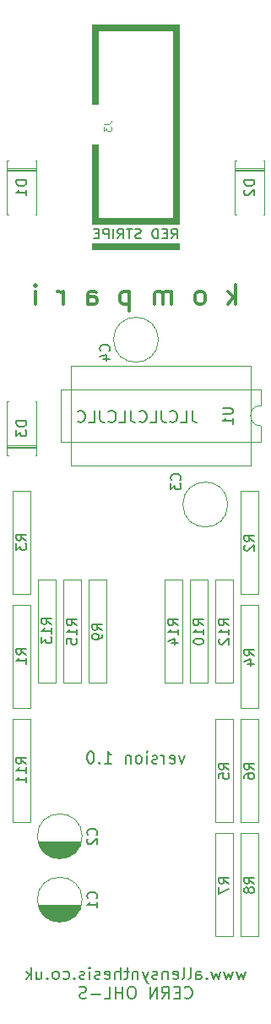
<source format=gbr>
%TF.GenerationSoftware,KiCad,Pcbnew,(6.0.8)*%
%TF.CreationDate,2022-10-19T15:09:31+01:00*%
%TF.ProjectId,kompari,6b6f6d70-6172-4692-9e6b-696361645f70,rev?*%
%TF.SameCoordinates,Original*%
%TF.FileFunction,Legend,Bot*%
%TF.FilePolarity,Positive*%
%FSLAX46Y46*%
G04 Gerber Fmt 4.6, Leading zero omitted, Abs format (unit mm)*
G04 Created by KiCad (PCBNEW (6.0.8)) date 2022-10-19 15:09:31*
%MOMM*%
%LPD*%
G01*
G04 APERTURE LIST*
%ADD10C,0.200000*%
%ADD11C,0.300000*%
%ADD12C,0.150000*%
%ADD13C,0.100000*%
%ADD14C,0.120000*%
G04 APERTURE END LIST*
D10*
X20909857Y-40109857D02*
X20909857Y-40967000D01*
X20967000Y-41138428D01*
X21081285Y-41252714D01*
X21252714Y-41309857D01*
X21367000Y-41309857D01*
X19767000Y-41309857D02*
X20338428Y-41309857D01*
X20338428Y-40109857D01*
X18681285Y-41195571D02*
X18738428Y-41252714D01*
X18909857Y-41309857D01*
X19024142Y-41309857D01*
X19195571Y-41252714D01*
X19309857Y-41138428D01*
X19367000Y-41024142D01*
X19424142Y-40795571D01*
X19424142Y-40624142D01*
X19367000Y-40395571D01*
X19309857Y-40281285D01*
X19195571Y-40167000D01*
X19024142Y-40109857D01*
X18909857Y-40109857D01*
X18738428Y-40167000D01*
X18681285Y-40224142D01*
X17824142Y-40109857D02*
X17824142Y-40967000D01*
X17881285Y-41138428D01*
X17995571Y-41252714D01*
X18167000Y-41309857D01*
X18281285Y-41309857D01*
X16681285Y-41309857D02*
X17252714Y-41309857D01*
X17252714Y-40109857D01*
X15595571Y-41195571D02*
X15652714Y-41252714D01*
X15824142Y-41309857D01*
X15938428Y-41309857D01*
X16109857Y-41252714D01*
X16224142Y-41138428D01*
X16281285Y-41024142D01*
X16338428Y-40795571D01*
X16338428Y-40624142D01*
X16281285Y-40395571D01*
X16224142Y-40281285D01*
X16109857Y-40167000D01*
X15938428Y-40109857D01*
X15824142Y-40109857D01*
X15652714Y-40167000D01*
X15595571Y-40224142D01*
X14738428Y-40109857D02*
X14738428Y-40967000D01*
X14795571Y-41138428D01*
X14909857Y-41252714D01*
X15081285Y-41309857D01*
X15195571Y-41309857D01*
X13595571Y-41309857D02*
X14167000Y-41309857D01*
X14167000Y-40109857D01*
X12509857Y-41195571D02*
X12566999Y-41252714D01*
X12738428Y-41309857D01*
X12852714Y-41309857D01*
X13024142Y-41252714D01*
X13138428Y-41138428D01*
X13195571Y-41024142D01*
X13252714Y-40795571D01*
X13252714Y-40624142D01*
X13195571Y-40395571D01*
X13138428Y-40281285D01*
X13024142Y-40167000D01*
X12852714Y-40109857D01*
X12738428Y-40109857D01*
X12566999Y-40167000D01*
X12509857Y-40224142D01*
X11652714Y-40109857D02*
X11652714Y-40967000D01*
X11709857Y-41138428D01*
X11824142Y-41252714D01*
X11995571Y-41309857D01*
X12109857Y-41309857D01*
X10509857Y-41309857D02*
X11081285Y-41309857D01*
X11081285Y-40109857D01*
X9424142Y-41195571D02*
X9481285Y-41252714D01*
X9652714Y-41309857D01*
X9766999Y-41309857D01*
X9938428Y-41252714D01*
X10052714Y-41138428D01*
X10109857Y-41024142D01*
X10166999Y-40795571D01*
X10166999Y-40624142D01*
X10109857Y-40395571D01*
X10052714Y-40281285D01*
X9938428Y-40167000D01*
X9766999Y-40109857D01*
X9652714Y-40109857D01*
X9481285Y-40167000D01*
X9424142Y-40224142D01*
X20154285Y-74672857D02*
X19868571Y-75472857D01*
X19582857Y-74672857D01*
X18668571Y-75415714D02*
X18782857Y-75472857D01*
X19011428Y-75472857D01*
X19125714Y-75415714D01*
X19182857Y-75301428D01*
X19182857Y-74844285D01*
X19125714Y-74730000D01*
X19011428Y-74672857D01*
X18782857Y-74672857D01*
X18668571Y-74730000D01*
X18611428Y-74844285D01*
X18611428Y-74958571D01*
X19182857Y-75072857D01*
X18097142Y-75472857D02*
X18097142Y-74672857D01*
X18097142Y-74901428D02*
X18040000Y-74787142D01*
X17982857Y-74730000D01*
X17868571Y-74672857D01*
X17754285Y-74672857D01*
X17411428Y-75415714D02*
X17297142Y-75472857D01*
X17068571Y-75472857D01*
X16954285Y-75415714D01*
X16897142Y-75301428D01*
X16897142Y-75244285D01*
X16954285Y-75130000D01*
X17068571Y-75072857D01*
X17240000Y-75072857D01*
X17354285Y-75015714D01*
X17411428Y-74901428D01*
X17411428Y-74844285D01*
X17354285Y-74730000D01*
X17240000Y-74672857D01*
X17068571Y-74672857D01*
X16954285Y-74730000D01*
X16382857Y-75472857D02*
X16382857Y-74672857D01*
X16382857Y-74272857D02*
X16440000Y-74330000D01*
X16382857Y-74387142D01*
X16325714Y-74330000D01*
X16382857Y-74272857D01*
X16382857Y-74387142D01*
X15640000Y-75472857D02*
X15754285Y-75415714D01*
X15811428Y-75358571D01*
X15868571Y-75244285D01*
X15868571Y-74901428D01*
X15811428Y-74787142D01*
X15754285Y-74730000D01*
X15640000Y-74672857D01*
X15468571Y-74672857D01*
X15354285Y-74730000D01*
X15297142Y-74787142D01*
X15240000Y-74901428D01*
X15240000Y-75244285D01*
X15297142Y-75358571D01*
X15354285Y-75415714D01*
X15468571Y-75472857D01*
X15640000Y-75472857D01*
X14725714Y-74672857D02*
X14725714Y-75472857D01*
X14725714Y-74787142D02*
X14668571Y-74730000D01*
X14554285Y-74672857D01*
X14382857Y-74672857D01*
X14268571Y-74730000D01*
X14211428Y-74844285D01*
X14211428Y-75472857D01*
X12097142Y-75472857D02*
X12782857Y-75472857D01*
X12440000Y-75472857D02*
X12440000Y-74272857D01*
X12554285Y-74444285D01*
X12668571Y-74558571D01*
X12782857Y-74615714D01*
X11582857Y-75358571D02*
X11525714Y-75415714D01*
X11582857Y-75472857D01*
X11640000Y-75415714D01*
X11582857Y-75358571D01*
X11582857Y-75472857D01*
X10782857Y-74272857D02*
X10668571Y-74272857D01*
X10554285Y-74330000D01*
X10497142Y-74387142D01*
X10440000Y-74501428D01*
X10382857Y-74730000D01*
X10382857Y-75015714D01*
X10440000Y-75244285D01*
X10497142Y-75358571D01*
X10554285Y-75415714D01*
X10668571Y-75472857D01*
X10782857Y-75472857D01*
X10897142Y-75415714D01*
X10954285Y-75358571D01*
X11011428Y-75244285D01*
X11068571Y-75015714D01*
X11068571Y-74730000D01*
X11011428Y-74501428D01*
X10954285Y-74387142D01*
X10897142Y-74330000D01*
X10782857Y-74272857D01*
D11*
X25287619Y-29479761D02*
X25287619Y-27479761D01*
X25097142Y-28717857D02*
X24525714Y-29479761D01*
X24525714Y-28146428D02*
X25287619Y-28908333D01*
X21859047Y-29479761D02*
X22049523Y-29384523D01*
X22144761Y-29289285D01*
X22240000Y-29098809D01*
X22240000Y-28527380D01*
X22144761Y-28336904D01*
X22049523Y-28241666D01*
X21859047Y-28146428D01*
X21573333Y-28146428D01*
X21382857Y-28241666D01*
X21287619Y-28336904D01*
X21192380Y-28527380D01*
X21192380Y-29098809D01*
X21287619Y-29289285D01*
X21382857Y-29384523D01*
X21573333Y-29479761D01*
X21859047Y-29479761D01*
X18811428Y-29479761D02*
X18811428Y-28146428D01*
X18811428Y-28336904D02*
X18716190Y-28241666D01*
X18525714Y-28146428D01*
X18240000Y-28146428D01*
X18049523Y-28241666D01*
X17954285Y-28432142D01*
X17954285Y-29479761D01*
X17954285Y-28432142D02*
X17859047Y-28241666D01*
X17668571Y-28146428D01*
X17382857Y-28146428D01*
X17192380Y-28241666D01*
X17097142Y-28432142D01*
X17097142Y-29479761D01*
X14620952Y-28146428D02*
X14620952Y-30146428D01*
X14620952Y-28241666D02*
X14430476Y-28146428D01*
X14049523Y-28146428D01*
X13859047Y-28241666D01*
X13763809Y-28336904D01*
X13668571Y-28527380D01*
X13668571Y-29098809D01*
X13763809Y-29289285D01*
X13859047Y-29384523D01*
X14049523Y-29479761D01*
X14430476Y-29479761D01*
X14620952Y-29384523D01*
X10430476Y-29479761D02*
X10430476Y-28432142D01*
X10525714Y-28241666D01*
X10716190Y-28146428D01*
X11097142Y-28146428D01*
X11287619Y-28241666D01*
X10430476Y-29384523D02*
X10620952Y-29479761D01*
X11097142Y-29479761D01*
X11287619Y-29384523D01*
X11382857Y-29194047D01*
X11382857Y-29003571D01*
X11287619Y-28813095D01*
X11097142Y-28717857D01*
X10620952Y-28717857D01*
X10430476Y-28622619D01*
X7954285Y-29479761D02*
X7954285Y-28146428D01*
X7954285Y-28527380D02*
X7859047Y-28336904D01*
X7763809Y-28241666D01*
X7573333Y-28146428D01*
X7382857Y-28146428D01*
X5192380Y-29479761D02*
X5192380Y-28146428D01*
X5192380Y-27479761D02*
X5287619Y-27575000D01*
X5192380Y-27670238D01*
X5097142Y-27575000D01*
X5192380Y-27479761D01*
X5192380Y-27670238D01*
D10*
X26268571Y-96312857D02*
X26040000Y-97112857D01*
X25811428Y-96541428D01*
X25582857Y-97112857D01*
X25354285Y-96312857D01*
X25011428Y-96312857D02*
X24782857Y-97112857D01*
X24554285Y-96541428D01*
X24325714Y-97112857D01*
X24097142Y-96312857D01*
X23754285Y-96312857D02*
X23525714Y-97112857D01*
X23297142Y-96541428D01*
X23068571Y-97112857D01*
X22839999Y-96312857D01*
X22382857Y-96998571D02*
X22325714Y-97055714D01*
X22382857Y-97112857D01*
X22439999Y-97055714D01*
X22382857Y-96998571D01*
X22382857Y-97112857D01*
X21297142Y-97112857D02*
X21297142Y-96484285D01*
X21354285Y-96370000D01*
X21468571Y-96312857D01*
X21697142Y-96312857D01*
X21811428Y-96370000D01*
X21297142Y-97055714D02*
X21411428Y-97112857D01*
X21697142Y-97112857D01*
X21811428Y-97055714D01*
X21868571Y-96941428D01*
X21868571Y-96827142D01*
X21811428Y-96712857D01*
X21697142Y-96655714D01*
X21411428Y-96655714D01*
X21297142Y-96598571D01*
X20554285Y-97112857D02*
X20668571Y-97055714D01*
X20725714Y-96941428D01*
X20725714Y-95912857D01*
X19925714Y-97112857D02*
X20039999Y-97055714D01*
X20097142Y-96941428D01*
X20097142Y-95912857D01*
X19011428Y-97055714D02*
X19125714Y-97112857D01*
X19354285Y-97112857D01*
X19468571Y-97055714D01*
X19525714Y-96941428D01*
X19525714Y-96484285D01*
X19468571Y-96370000D01*
X19354285Y-96312857D01*
X19125714Y-96312857D01*
X19011428Y-96370000D01*
X18954285Y-96484285D01*
X18954285Y-96598571D01*
X19525714Y-96712857D01*
X18439999Y-96312857D02*
X18439999Y-97112857D01*
X18439999Y-96427142D02*
X18382857Y-96370000D01*
X18268571Y-96312857D01*
X18097142Y-96312857D01*
X17982857Y-96370000D01*
X17925714Y-96484285D01*
X17925714Y-97112857D01*
X17411428Y-97055714D02*
X17297142Y-97112857D01*
X17068571Y-97112857D01*
X16954285Y-97055714D01*
X16897142Y-96941428D01*
X16897142Y-96884285D01*
X16954285Y-96770000D01*
X17068571Y-96712857D01*
X17239999Y-96712857D01*
X17354285Y-96655714D01*
X17411428Y-96541428D01*
X17411428Y-96484285D01*
X17354285Y-96370000D01*
X17239999Y-96312857D01*
X17068571Y-96312857D01*
X16954285Y-96370000D01*
X16497142Y-96312857D02*
X16211428Y-97112857D01*
X15925714Y-96312857D02*
X16211428Y-97112857D01*
X16325714Y-97398571D01*
X16382857Y-97455714D01*
X16497142Y-97512857D01*
X15468571Y-96312857D02*
X15468571Y-97112857D01*
X15468571Y-96427142D02*
X15411428Y-96370000D01*
X15297142Y-96312857D01*
X15125714Y-96312857D01*
X15011428Y-96370000D01*
X14954285Y-96484285D01*
X14954285Y-97112857D01*
X14554285Y-96312857D02*
X14097142Y-96312857D01*
X14382857Y-95912857D02*
X14382857Y-96941428D01*
X14325714Y-97055714D01*
X14211428Y-97112857D01*
X14097142Y-97112857D01*
X13697142Y-97112857D02*
X13697142Y-95912857D01*
X13182857Y-97112857D02*
X13182857Y-96484285D01*
X13239999Y-96370000D01*
X13354285Y-96312857D01*
X13525714Y-96312857D01*
X13639999Y-96370000D01*
X13697142Y-96427142D01*
X12154285Y-97055714D02*
X12268571Y-97112857D01*
X12497142Y-97112857D01*
X12611428Y-97055714D01*
X12668571Y-96941428D01*
X12668571Y-96484285D01*
X12611428Y-96370000D01*
X12497142Y-96312857D01*
X12268571Y-96312857D01*
X12154285Y-96370000D01*
X12097142Y-96484285D01*
X12097142Y-96598571D01*
X12668571Y-96712857D01*
X11639999Y-97055714D02*
X11525714Y-97112857D01*
X11297142Y-97112857D01*
X11182857Y-97055714D01*
X11125714Y-96941428D01*
X11125714Y-96884285D01*
X11182857Y-96770000D01*
X11297142Y-96712857D01*
X11468571Y-96712857D01*
X11582857Y-96655714D01*
X11639999Y-96541428D01*
X11639999Y-96484285D01*
X11582857Y-96370000D01*
X11468571Y-96312857D01*
X11297142Y-96312857D01*
X11182857Y-96370000D01*
X10611428Y-97112857D02*
X10611428Y-96312857D01*
X10611428Y-95912857D02*
X10668571Y-95970000D01*
X10611428Y-96027142D01*
X10554285Y-95970000D01*
X10611428Y-95912857D01*
X10611428Y-96027142D01*
X10097142Y-97055714D02*
X9982857Y-97112857D01*
X9754285Y-97112857D01*
X9639999Y-97055714D01*
X9582857Y-96941428D01*
X9582857Y-96884285D01*
X9639999Y-96770000D01*
X9754285Y-96712857D01*
X9925714Y-96712857D01*
X10039999Y-96655714D01*
X10097142Y-96541428D01*
X10097142Y-96484285D01*
X10039999Y-96370000D01*
X9925714Y-96312857D01*
X9754285Y-96312857D01*
X9639999Y-96370000D01*
X9068571Y-96998571D02*
X9011428Y-97055714D01*
X9068571Y-97112857D01*
X9125714Y-97055714D01*
X9068571Y-96998571D01*
X9068571Y-97112857D01*
X7982857Y-97055714D02*
X8097142Y-97112857D01*
X8325714Y-97112857D01*
X8439999Y-97055714D01*
X8497142Y-96998571D01*
X8554285Y-96884285D01*
X8554285Y-96541428D01*
X8497142Y-96427142D01*
X8439999Y-96370000D01*
X8325714Y-96312857D01*
X8097142Y-96312857D01*
X7982857Y-96370000D01*
X7297142Y-97112857D02*
X7411428Y-97055714D01*
X7468571Y-96998571D01*
X7525714Y-96884285D01*
X7525714Y-96541428D01*
X7468571Y-96427142D01*
X7411428Y-96370000D01*
X7297142Y-96312857D01*
X7125714Y-96312857D01*
X7011428Y-96370000D01*
X6954285Y-96427142D01*
X6897142Y-96541428D01*
X6897142Y-96884285D01*
X6954285Y-96998571D01*
X7011428Y-97055714D01*
X7125714Y-97112857D01*
X7297142Y-97112857D01*
X6382857Y-96998571D02*
X6325714Y-97055714D01*
X6382857Y-97112857D01*
X6439999Y-97055714D01*
X6382857Y-96998571D01*
X6382857Y-97112857D01*
X5297142Y-96312857D02*
X5297142Y-97112857D01*
X5811428Y-96312857D02*
X5811428Y-96941428D01*
X5754285Y-97055714D01*
X5639999Y-97112857D01*
X5468571Y-97112857D01*
X5354285Y-97055714D01*
X5297142Y-96998571D01*
X4725714Y-97112857D02*
X4725714Y-95912857D01*
X4611428Y-96655714D02*
X4268571Y-97112857D01*
X4268571Y-96312857D02*
X4725714Y-96770000D01*
X20154285Y-98930571D02*
X20211428Y-98987714D01*
X20382857Y-99044857D01*
X20497142Y-99044857D01*
X20668571Y-98987714D01*
X20782857Y-98873428D01*
X20840000Y-98759142D01*
X20897142Y-98530571D01*
X20897142Y-98359142D01*
X20840000Y-98130571D01*
X20782857Y-98016285D01*
X20668571Y-97902000D01*
X20497142Y-97844857D01*
X20382857Y-97844857D01*
X20211428Y-97902000D01*
X20154285Y-97959142D01*
X19640000Y-98416285D02*
X19240000Y-98416285D01*
X19068571Y-99044857D02*
X19640000Y-99044857D01*
X19640000Y-97844857D01*
X19068571Y-97844857D01*
X17868571Y-99044857D02*
X18268571Y-98473428D01*
X18554285Y-99044857D02*
X18554285Y-97844857D01*
X18097142Y-97844857D01*
X17982857Y-97902000D01*
X17925714Y-97959142D01*
X17868571Y-98073428D01*
X17868571Y-98244857D01*
X17925714Y-98359142D01*
X17982857Y-98416285D01*
X18097142Y-98473428D01*
X18554285Y-98473428D01*
X17354285Y-99044857D02*
X17354285Y-97844857D01*
X16668571Y-99044857D01*
X16668571Y-97844857D01*
X14954285Y-97844857D02*
X14725714Y-97844857D01*
X14611428Y-97902000D01*
X14497142Y-98016285D01*
X14440000Y-98244857D01*
X14440000Y-98644857D01*
X14497142Y-98873428D01*
X14611428Y-98987714D01*
X14725714Y-99044857D01*
X14954285Y-99044857D01*
X15068571Y-98987714D01*
X15182857Y-98873428D01*
X15240000Y-98644857D01*
X15240000Y-98244857D01*
X15182857Y-98016285D01*
X15068571Y-97902000D01*
X14954285Y-97844857D01*
X13925714Y-99044857D02*
X13925714Y-97844857D01*
X13925714Y-98416285D02*
X13240000Y-98416285D01*
X13240000Y-99044857D02*
X13240000Y-97844857D01*
X12097142Y-99044857D02*
X12668571Y-99044857D01*
X12668571Y-97844857D01*
X11697142Y-98587714D02*
X10782857Y-98587714D01*
X10268571Y-98987714D02*
X10097142Y-99044857D01*
X9811428Y-99044857D01*
X9697142Y-98987714D01*
X9640000Y-98930571D01*
X9582857Y-98816285D01*
X9582857Y-98702000D01*
X9640000Y-98587714D01*
X9697142Y-98530571D01*
X9811428Y-98473428D01*
X10040000Y-98416285D01*
X10154285Y-98359142D01*
X10211428Y-98302000D01*
X10268571Y-98187714D01*
X10268571Y-98073428D01*
X10211428Y-97959142D01*
X10154285Y-97902000D01*
X10040000Y-97844857D01*
X9754285Y-97844857D01*
X9582857Y-97902000D01*
D12*
%TO.C,C1*%
X11279142Y-88987333D02*
X11326761Y-88939714D01*
X11374380Y-88796857D01*
X11374380Y-88701619D01*
X11326761Y-88558761D01*
X11231523Y-88463523D01*
X11136285Y-88415904D01*
X10945809Y-88368285D01*
X10802952Y-88368285D01*
X10612476Y-88415904D01*
X10517238Y-88463523D01*
X10422000Y-88558761D01*
X10374380Y-88701619D01*
X10374380Y-88796857D01*
X10422000Y-88939714D01*
X10469619Y-88987333D01*
X11374380Y-89939714D02*
X11374380Y-89368285D01*
X11374380Y-89654000D02*
X10374380Y-89654000D01*
X10517238Y-89558761D01*
X10612476Y-89463523D01*
X10660095Y-89368285D01*
%TO.C,R11*%
X4262380Y-75507142D02*
X3786190Y-75173809D01*
X4262380Y-74935714D02*
X3262380Y-74935714D01*
X3262380Y-75316666D01*
X3310000Y-75411904D01*
X3357619Y-75459523D01*
X3452857Y-75507142D01*
X3595714Y-75507142D01*
X3690952Y-75459523D01*
X3738571Y-75411904D01*
X3786190Y-75316666D01*
X3786190Y-74935714D01*
X4262380Y-76459523D02*
X4262380Y-75888095D01*
X4262380Y-76173809D02*
X3262380Y-76173809D01*
X3405238Y-76078571D01*
X3500476Y-75983333D01*
X3548095Y-75888095D01*
X4262380Y-77411904D02*
X4262380Y-76840476D01*
X4262380Y-77126190D02*
X3262380Y-77126190D01*
X3405238Y-77030952D01*
X3500476Y-76935714D01*
X3548095Y-76840476D01*
%TO.C,R10*%
X22042380Y-61637142D02*
X21566190Y-61303809D01*
X22042380Y-61065714D02*
X21042380Y-61065714D01*
X21042380Y-61446666D01*
X21090000Y-61541904D01*
X21137619Y-61589523D01*
X21232857Y-61637142D01*
X21375714Y-61637142D01*
X21470952Y-61589523D01*
X21518571Y-61541904D01*
X21566190Y-61446666D01*
X21566190Y-61065714D01*
X22042380Y-62589523D02*
X22042380Y-62018095D01*
X22042380Y-62303809D02*
X21042380Y-62303809D01*
X21185238Y-62208571D01*
X21280476Y-62113333D01*
X21328095Y-62018095D01*
X21042380Y-63208571D02*
X21042380Y-63303809D01*
X21090000Y-63399047D01*
X21137619Y-63446666D01*
X21232857Y-63494285D01*
X21423333Y-63541904D01*
X21661428Y-63541904D01*
X21851904Y-63494285D01*
X21947142Y-63446666D01*
X21994761Y-63399047D01*
X22042380Y-63303809D01*
X22042380Y-63208571D01*
X21994761Y-63113333D01*
X21947142Y-63065714D01*
X21851904Y-63018095D01*
X21661428Y-62970476D01*
X21423333Y-62970476D01*
X21232857Y-63018095D01*
X21137619Y-63065714D01*
X21090000Y-63113333D01*
X21042380Y-63208571D01*
%TO.C,R12*%
X24582380Y-61637142D02*
X24106190Y-61303809D01*
X24582380Y-61065714D02*
X23582380Y-61065714D01*
X23582380Y-61446666D01*
X23630000Y-61541904D01*
X23677619Y-61589523D01*
X23772857Y-61637142D01*
X23915714Y-61637142D01*
X24010952Y-61589523D01*
X24058571Y-61541904D01*
X24106190Y-61446666D01*
X24106190Y-61065714D01*
X24582380Y-62589523D02*
X24582380Y-62018095D01*
X24582380Y-62303809D02*
X23582380Y-62303809D01*
X23725238Y-62208571D01*
X23820476Y-62113333D01*
X23868095Y-62018095D01*
X23677619Y-62970476D02*
X23630000Y-63018095D01*
X23582380Y-63113333D01*
X23582380Y-63351428D01*
X23630000Y-63446666D01*
X23677619Y-63494285D01*
X23772857Y-63541904D01*
X23868095Y-63541904D01*
X24010952Y-63494285D01*
X24582380Y-62922857D01*
X24582380Y-63541904D01*
%TO.C,C4*%
X12549142Y-34123333D02*
X12596761Y-34075714D01*
X12644380Y-33932857D01*
X12644380Y-33837619D01*
X12596761Y-33694761D01*
X12501523Y-33599523D01*
X12406285Y-33551904D01*
X12215809Y-33504285D01*
X12072952Y-33504285D01*
X11882476Y-33551904D01*
X11787238Y-33599523D01*
X11692000Y-33694761D01*
X11644380Y-33837619D01*
X11644380Y-33932857D01*
X11692000Y-34075714D01*
X11739619Y-34123333D01*
X11977714Y-34980476D02*
X12644380Y-34980476D01*
X11596761Y-34742380D02*
X12311047Y-34504285D01*
X12311047Y-35123333D01*
%TO.C,R8*%
X27122380Y-87513333D02*
X26646190Y-87180000D01*
X27122380Y-86941904D02*
X26122380Y-86941904D01*
X26122380Y-87322857D01*
X26170000Y-87418095D01*
X26217619Y-87465714D01*
X26312857Y-87513333D01*
X26455714Y-87513333D01*
X26550952Y-87465714D01*
X26598571Y-87418095D01*
X26646190Y-87322857D01*
X26646190Y-86941904D01*
X26550952Y-88084761D02*
X26503333Y-87989523D01*
X26455714Y-87941904D01*
X26360476Y-87894285D01*
X26312857Y-87894285D01*
X26217619Y-87941904D01*
X26170000Y-87989523D01*
X26122380Y-88084761D01*
X26122380Y-88275238D01*
X26170000Y-88370476D01*
X26217619Y-88418095D01*
X26312857Y-88465714D01*
X26360476Y-88465714D01*
X26455714Y-88418095D01*
X26503333Y-88370476D01*
X26550952Y-88275238D01*
X26550952Y-88084761D01*
X26598571Y-87989523D01*
X26646190Y-87941904D01*
X26741428Y-87894285D01*
X26931904Y-87894285D01*
X27027142Y-87941904D01*
X27074761Y-87989523D01*
X27122380Y-88084761D01*
X27122380Y-88275238D01*
X27074761Y-88370476D01*
X27027142Y-88418095D01*
X26931904Y-88465714D01*
X26741428Y-88465714D01*
X26646190Y-88418095D01*
X26598571Y-88370476D01*
X26550952Y-88275238D01*
%TO.C,C3*%
X19661142Y-47077333D02*
X19708761Y-47029714D01*
X19756380Y-46886857D01*
X19756380Y-46791619D01*
X19708761Y-46648761D01*
X19613523Y-46553523D01*
X19518285Y-46505904D01*
X19327809Y-46458285D01*
X19184952Y-46458285D01*
X18994476Y-46505904D01*
X18899238Y-46553523D01*
X18804000Y-46648761D01*
X18756380Y-46791619D01*
X18756380Y-46886857D01*
X18804000Y-47029714D01*
X18851619Y-47077333D01*
X18756380Y-47410666D02*
X18756380Y-48029714D01*
X19137333Y-47696380D01*
X19137333Y-47839238D01*
X19184952Y-47934476D01*
X19232571Y-47982095D01*
X19327809Y-48029714D01*
X19565904Y-48029714D01*
X19661142Y-47982095D01*
X19708761Y-47934476D01*
X19756380Y-47839238D01*
X19756380Y-47553523D01*
X19708761Y-47458285D01*
X19661142Y-47410666D01*
%TO.C,R6*%
X27122380Y-76083333D02*
X26646190Y-75750000D01*
X27122380Y-75511904D02*
X26122380Y-75511904D01*
X26122380Y-75892857D01*
X26170000Y-75988095D01*
X26217619Y-76035714D01*
X26312857Y-76083333D01*
X26455714Y-76083333D01*
X26550952Y-76035714D01*
X26598571Y-75988095D01*
X26646190Y-75892857D01*
X26646190Y-75511904D01*
X26122380Y-76940476D02*
X26122380Y-76750000D01*
X26170000Y-76654761D01*
X26217619Y-76607142D01*
X26360476Y-76511904D01*
X26550952Y-76464285D01*
X26931904Y-76464285D01*
X27027142Y-76511904D01*
X27074761Y-76559523D01*
X27122380Y-76654761D01*
X27122380Y-76845238D01*
X27074761Y-76940476D01*
X27027142Y-76988095D01*
X26931904Y-77035714D01*
X26693809Y-77035714D01*
X26598571Y-76988095D01*
X26550952Y-76940476D01*
X26503333Y-76845238D01*
X26503333Y-76654761D01*
X26550952Y-76559523D01*
X26598571Y-76511904D01*
X26693809Y-76464285D01*
%TO.C,D3*%
X4262380Y-41171904D02*
X3262380Y-41171904D01*
X3262380Y-41410000D01*
X3310000Y-41552857D01*
X3405238Y-41648095D01*
X3500476Y-41695714D01*
X3690952Y-41743333D01*
X3833809Y-41743333D01*
X4024285Y-41695714D01*
X4119523Y-41648095D01*
X4214761Y-41552857D01*
X4262380Y-41410000D01*
X4262380Y-41171904D01*
X3262380Y-42076666D02*
X3262380Y-42695714D01*
X3643333Y-42362380D01*
X3643333Y-42505238D01*
X3690952Y-42600476D01*
X3738571Y-42648095D01*
X3833809Y-42695714D01*
X4071904Y-42695714D01*
X4167142Y-42648095D01*
X4214761Y-42600476D01*
X4262380Y-42505238D01*
X4262380Y-42219523D01*
X4214761Y-42124285D01*
X4167142Y-42076666D01*
%TO.C,R3*%
X4262380Y-53123333D02*
X3786190Y-52790000D01*
X4262380Y-52551904D02*
X3262380Y-52551904D01*
X3262380Y-52932857D01*
X3310000Y-53028095D01*
X3357619Y-53075714D01*
X3452857Y-53123333D01*
X3595714Y-53123333D01*
X3690952Y-53075714D01*
X3738571Y-53028095D01*
X3786190Y-52932857D01*
X3786190Y-52551904D01*
X3262380Y-53456666D02*
X3262380Y-54075714D01*
X3643333Y-53742380D01*
X3643333Y-53885238D01*
X3690952Y-53980476D01*
X3738571Y-54028095D01*
X3833809Y-54075714D01*
X4071904Y-54075714D01*
X4167142Y-54028095D01*
X4214761Y-53980476D01*
X4262380Y-53885238D01*
X4262380Y-53599523D01*
X4214761Y-53504285D01*
X4167142Y-53456666D01*
%TO.C,R4*%
X27122380Y-64653333D02*
X26646190Y-64320000D01*
X27122380Y-64081904D02*
X26122380Y-64081904D01*
X26122380Y-64462857D01*
X26170000Y-64558095D01*
X26217619Y-64605714D01*
X26312857Y-64653333D01*
X26455714Y-64653333D01*
X26550952Y-64605714D01*
X26598571Y-64558095D01*
X26646190Y-64462857D01*
X26646190Y-64081904D01*
X26455714Y-65510476D02*
X27122380Y-65510476D01*
X26074761Y-65272380D02*
X26789047Y-65034285D01*
X26789047Y-65653333D01*
%TO.C,R9*%
X11882380Y-62113333D02*
X11406190Y-61780000D01*
X11882380Y-61541904D02*
X10882380Y-61541904D01*
X10882380Y-61922857D01*
X10930000Y-62018095D01*
X10977619Y-62065714D01*
X11072857Y-62113333D01*
X11215714Y-62113333D01*
X11310952Y-62065714D01*
X11358571Y-62018095D01*
X11406190Y-61922857D01*
X11406190Y-61541904D01*
X11882380Y-62589523D02*
X11882380Y-62780000D01*
X11834761Y-62875238D01*
X11787142Y-62922857D01*
X11644285Y-63018095D01*
X11453809Y-63065714D01*
X11072857Y-63065714D01*
X10977619Y-63018095D01*
X10930000Y-62970476D01*
X10882380Y-62875238D01*
X10882380Y-62684761D01*
X10930000Y-62589523D01*
X10977619Y-62541904D01*
X11072857Y-62494285D01*
X11310952Y-62494285D01*
X11406190Y-62541904D01*
X11453809Y-62589523D01*
X11501428Y-62684761D01*
X11501428Y-62875238D01*
X11453809Y-62970476D01*
X11406190Y-63018095D01*
X11310952Y-63065714D01*
%TO.C,R5*%
X24582380Y-76083333D02*
X24106190Y-75750000D01*
X24582380Y-75511904D02*
X23582380Y-75511904D01*
X23582380Y-75892857D01*
X23630000Y-75988095D01*
X23677619Y-76035714D01*
X23772857Y-76083333D01*
X23915714Y-76083333D01*
X24010952Y-76035714D01*
X24058571Y-75988095D01*
X24106190Y-75892857D01*
X24106190Y-75511904D01*
X23582380Y-76988095D02*
X23582380Y-76511904D01*
X24058571Y-76464285D01*
X24010952Y-76511904D01*
X23963333Y-76607142D01*
X23963333Y-76845238D01*
X24010952Y-76940476D01*
X24058571Y-76988095D01*
X24153809Y-77035714D01*
X24391904Y-77035714D01*
X24487142Y-76988095D01*
X24534761Y-76940476D01*
X24582380Y-76845238D01*
X24582380Y-76607142D01*
X24534761Y-76511904D01*
X24487142Y-76464285D01*
%TO.C,R2*%
X27122380Y-53223333D02*
X26646190Y-52890000D01*
X27122380Y-52651904D02*
X26122380Y-52651904D01*
X26122380Y-53032857D01*
X26170000Y-53128095D01*
X26217619Y-53175714D01*
X26312857Y-53223333D01*
X26455714Y-53223333D01*
X26550952Y-53175714D01*
X26598571Y-53128095D01*
X26646190Y-53032857D01*
X26646190Y-52651904D01*
X26217619Y-53604285D02*
X26170000Y-53651904D01*
X26122380Y-53747142D01*
X26122380Y-53985238D01*
X26170000Y-54080476D01*
X26217619Y-54128095D01*
X26312857Y-54175714D01*
X26408095Y-54175714D01*
X26550952Y-54128095D01*
X27122380Y-53556666D01*
X27122380Y-54175714D01*
%TO.C,R14*%
X19502380Y-61637142D02*
X19026190Y-61303809D01*
X19502380Y-61065714D02*
X18502380Y-61065714D01*
X18502380Y-61446666D01*
X18550000Y-61541904D01*
X18597619Y-61589523D01*
X18692857Y-61637142D01*
X18835714Y-61637142D01*
X18930952Y-61589523D01*
X18978571Y-61541904D01*
X19026190Y-61446666D01*
X19026190Y-61065714D01*
X19502380Y-62589523D02*
X19502380Y-62018095D01*
X19502380Y-62303809D02*
X18502380Y-62303809D01*
X18645238Y-62208571D01*
X18740476Y-62113333D01*
X18788095Y-62018095D01*
X18835714Y-63446666D02*
X19502380Y-63446666D01*
X18454761Y-63208571D02*
X19169047Y-62970476D01*
X19169047Y-63589523D01*
D13*
%TO.C,J3*%
X12029285Y-11380000D02*
X12565000Y-11380000D01*
X12672142Y-11344285D01*
X12743571Y-11272857D01*
X12779285Y-11165714D01*
X12779285Y-11094285D01*
X12029285Y-11665714D02*
X12029285Y-12130000D01*
X12315000Y-11880000D01*
X12315000Y-11987142D01*
X12350714Y-12058571D01*
X12386428Y-12094285D01*
X12457857Y-12130000D01*
X12636428Y-12130000D01*
X12707857Y-12094285D01*
X12743571Y-12058571D01*
X12779285Y-11987142D01*
X12779285Y-11772857D01*
X12743571Y-11701428D01*
X12707857Y-11665714D01*
D12*
X18811428Y-22882380D02*
X19144761Y-22406190D01*
X19382857Y-22882380D02*
X19382857Y-21882380D01*
X19001904Y-21882380D01*
X18906666Y-21930000D01*
X18859047Y-21977619D01*
X18811428Y-22072857D01*
X18811428Y-22215714D01*
X18859047Y-22310952D01*
X18906666Y-22358571D01*
X19001904Y-22406190D01*
X19382857Y-22406190D01*
X18382857Y-22358571D02*
X18049523Y-22358571D01*
X17906666Y-22882380D02*
X18382857Y-22882380D01*
X18382857Y-21882380D01*
X17906666Y-21882380D01*
X17478095Y-22882380D02*
X17478095Y-21882380D01*
X17240000Y-21882380D01*
X17097142Y-21930000D01*
X17001904Y-22025238D01*
X16954285Y-22120476D01*
X16906666Y-22310952D01*
X16906666Y-22453809D01*
X16954285Y-22644285D01*
X17001904Y-22739523D01*
X17097142Y-22834761D01*
X17240000Y-22882380D01*
X17478095Y-22882380D01*
X15763809Y-22834761D02*
X15620952Y-22882380D01*
X15382857Y-22882380D01*
X15287619Y-22834761D01*
X15240000Y-22787142D01*
X15192380Y-22691904D01*
X15192380Y-22596666D01*
X15240000Y-22501428D01*
X15287619Y-22453809D01*
X15382857Y-22406190D01*
X15573333Y-22358571D01*
X15668571Y-22310952D01*
X15716190Y-22263333D01*
X15763809Y-22168095D01*
X15763809Y-22072857D01*
X15716190Y-21977619D01*
X15668571Y-21930000D01*
X15573333Y-21882380D01*
X15335238Y-21882380D01*
X15192380Y-21930000D01*
X14906666Y-21882380D02*
X14335238Y-21882380D01*
X14620952Y-22882380D02*
X14620952Y-21882380D01*
X13430476Y-22882380D02*
X13763809Y-22406190D01*
X14001904Y-22882380D02*
X14001904Y-21882380D01*
X13620952Y-21882380D01*
X13525714Y-21930000D01*
X13478095Y-21977619D01*
X13430476Y-22072857D01*
X13430476Y-22215714D01*
X13478095Y-22310952D01*
X13525714Y-22358571D01*
X13620952Y-22406190D01*
X14001904Y-22406190D01*
X13001904Y-22882380D02*
X13001904Y-21882380D01*
X12525714Y-22882380D02*
X12525714Y-21882380D01*
X12144761Y-21882380D01*
X12049523Y-21930000D01*
X12001904Y-21977619D01*
X11954285Y-22072857D01*
X11954285Y-22215714D01*
X12001904Y-22310952D01*
X12049523Y-22358571D01*
X12144761Y-22406190D01*
X12525714Y-22406190D01*
X11525714Y-22358571D02*
X11192380Y-22358571D01*
X11049523Y-22882380D02*
X11525714Y-22882380D01*
X11525714Y-21882380D01*
X11049523Y-21882380D01*
%TO.C,R1*%
X4262380Y-64553333D02*
X3786190Y-64220000D01*
X4262380Y-63981904D02*
X3262380Y-63981904D01*
X3262380Y-64362857D01*
X3310000Y-64458095D01*
X3357619Y-64505714D01*
X3452857Y-64553333D01*
X3595714Y-64553333D01*
X3690952Y-64505714D01*
X3738571Y-64458095D01*
X3786190Y-64362857D01*
X3786190Y-63981904D01*
X4262380Y-65505714D02*
X4262380Y-64934285D01*
X4262380Y-65220000D02*
X3262380Y-65220000D01*
X3405238Y-65124761D01*
X3500476Y-65029523D01*
X3548095Y-64934285D01*
%TO.C,D1*%
X4262380Y-17041904D02*
X3262380Y-17041904D01*
X3262380Y-17280000D01*
X3310000Y-17422857D01*
X3405238Y-17518095D01*
X3500476Y-17565714D01*
X3690952Y-17613333D01*
X3833809Y-17613333D01*
X4024285Y-17565714D01*
X4119523Y-17518095D01*
X4214761Y-17422857D01*
X4262380Y-17280000D01*
X4262380Y-17041904D01*
X4262380Y-18565714D02*
X4262380Y-17994285D01*
X4262380Y-18280000D02*
X3262380Y-18280000D01*
X3405238Y-18184761D01*
X3500476Y-18089523D01*
X3548095Y-17994285D01*
%TO.C,C2*%
X11279142Y-82637333D02*
X11326761Y-82589714D01*
X11374380Y-82446857D01*
X11374380Y-82351619D01*
X11326761Y-82208761D01*
X11231523Y-82113523D01*
X11136285Y-82065904D01*
X10945809Y-82018285D01*
X10802952Y-82018285D01*
X10612476Y-82065904D01*
X10517238Y-82113523D01*
X10422000Y-82208761D01*
X10374380Y-82351619D01*
X10374380Y-82446857D01*
X10422000Y-82589714D01*
X10469619Y-82637333D01*
X10469619Y-83018285D02*
X10422000Y-83065904D01*
X10374380Y-83161142D01*
X10374380Y-83399238D01*
X10422000Y-83494476D01*
X10469619Y-83542095D01*
X10564857Y-83589714D01*
X10660095Y-83589714D01*
X10802952Y-83542095D01*
X11374380Y-82970666D01*
X11374380Y-83589714D01*
%TO.C,R15*%
X9342380Y-61637142D02*
X8866190Y-61303809D01*
X9342380Y-61065714D02*
X8342380Y-61065714D01*
X8342380Y-61446666D01*
X8390000Y-61541904D01*
X8437619Y-61589523D01*
X8532857Y-61637142D01*
X8675714Y-61637142D01*
X8770952Y-61589523D01*
X8818571Y-61541904D01*
X8866190Y-61446666D01*
X8866190Y-61065714D01*
X9342380Y-62589523D02*
X9342380Y-62018095D01*
X9342380Y-62303809D02*
X8342380Y-62303809D01*
X8485238Y-62208571D01*
X8580476Y-62113333D01*
X8628095Y-62018095D01*
X8342380Y-63494285D02*
X8342380Y-63018095D01*
X8818571Y-62970476D01*
X8770952Y-63018095D01*
X8723333Y-63113333D01*
X8723333Y-63351428D01*
X8770952Y-63446666D01*
X8818571Y-63494285D01*
X8913809Y-63541904D01*
X9151904Y-63541904D01*
X9247142Y-63494285D01*
X9294761Y-63446666D01*
X9342380Y-63351428D01*
X9342380Y-63113333D01*
X9294761Y-63018095D01*
X9247142Y-62970476D01*
%TO.C,U1*%
X23963380Y-39878095D02*
X24772904Y-39878095D01*
X24868142Y-39925714D01*
X24915761Y-39973333D01*
X24963380Y-40068571D01*
X24963380Y-40259047D01*
X24915761Y-40354285D01*
X24868142Y-40401904D01*
X24772904Y-40449523D01*
X23963380Y-40449523D01*
X24963380Y-41449523D02*
X24963380Y-40878095D01*
X24963380Y-41163809D02*
X23963380Y-41163809D01*
X24106238Y-41068571D01*
X24201476Y-40973333D01*
X24249095Y-40878095D01*
%TO.C,D2*%
X27122380Y-17041904D02*
X26122380Y-17041904D01*
X26122380Y-17280000D01*
X26170000Y-17422857D01*
X26265238Y-17518095D01*
X26360476Y-17565714D01*
X26550952Y-17613333D01*
X26693809Y-17613333D01*
X26884285Y-17565714D01*
X26979523Y-17518095D01*
X27074761Y-17422857D01*
X27122380Y-17280000D01*
X27122380Y-17041904D01*
X26217619Y-17994285D02*
X26170000Y-18041904D01*
X26122380Y-18137142D01*
X26122380Y-18375238D01*
X26170000Y-18470476D01*
X26217619Y-18518095D01*
X26312857Y-18565714D01*
X26408095Y-18565714D01*
X26550952Y-18518095D01*
X27122380Y-17946666D01*
X27122380Y-18565714D01*
%TO.C,R13*%
X6802380Y-61537142D02*
X6326190Y-61203809D01*
X6802380Y-60965714D02*
X5802380Y-60965714D01*
X5802380Y-61346666D01*
X5850000Y-61441904D01*
X5897619Y-61489523D01*
X5992857Y-61537142D01*
X6135714Y-61537142D01*
X6230952Y-61489523D01*
X6278571Y-61441904D01*
X6326190Y-61346666D01*
X6326190Y-60965714D01*
X6802380Y-62489523D02*
X6802380Y-61918095D01*
X6802380Y-62203809D02*
X5802380Y-62203809D01*
X5945238Y-62108571D01*
X6040476Y-62013333D01*
X6088095Y-61918095D01*
X5802380Y-62822857D02*
X5802380Y-63441904D01*
X6183333Y-63108571D01*
X6183333Y-63251428D01*
X6230952Y-63346666D01*
X6278571Y-63394285D01*
X6373809Y-63441904D01*
X6611904Y-63441904D01*
X6707142Y-63394285D01*
X6754761Y-63346666D01*
X6802380Y-63251428D01*
X6802380Y-62965714D01*
X6754761Y-62870476D01*
X6707142Y-62822857D01*
%TO.C,R7*%
X24582380Y-87513333D02*
X24106190Y-87180000D01*
X24582380Y-86941904D02*
X23582380Y-86941904D01*
X23582380Y-87322857D01*
X23630000Y-87418095D01*
X23677619Y-87465714D01*
X23772857Y-87513333D01*
X23915714Y-87513333D01*
X24010952Y-87465714D01*
X24058571Y-87418095D01*
X24106190Y-87322857D01*
X24106190Y-86941904D01*
X23582380Y-87846666D02*
X23582380Y-88513333D01*
X24582380Y-88084761D01*
D14*
%TO.C,C1*%
X9870000Y-89134000D02*
G75*
G03*
X9870000Y-89134000I-2250000J0D01*
G01*
G36*
X9420000Y-90484000D02*
G01*
X8920000Y-90984000D01*
X8320000Y-91284000D01*
X7620000Y-91384000D01*
X6920000Y-91284000D01*
X6220000Y-90884000D01*
X5820000Y-90484000D01*
X5420000Y-89684000D01*
X9820000Y-89684000D01*
X9420000Y-90484000D01*
G37*
%TO.C,R11*%
X4710000Y-81350000D02*
X2910000Y-81350000D01*
X2910000Y-81350000D02*
X2910000Y-71050000D01*
X2910000Y-71050000D02*
X4710000Y-71050000D01*
X4710000Y-71050000D02*
X4710000Y-81350000D01*
%TO.C,R10*%
X20690000Y-57080000D02*
X22490000Y-57080000D01*
X22490000Y-57080000D02*
X22490000Y-67380000D01*
X22490000Y-67380000D02*
X20690000Y-67380000D01*
X20690000Y-67380000D02*
X20690000Y-57080000D01*
%TO.C,R12*%
X23230000Y-57080000D02*
X25030000Y-57080000D01*
X25030000Y-57080000D02*
X25030000Y-67380000D01*
X25030000Y-67380000D02*
X23230000Y-67380000D01*
X23230000Y-67380000D02*
X23230000Y-57080000D01*
%TO.C,C4*%
X17510000Y-33020000D02*
G75*
G03*
X17510000Y-33020000I-2250000J0D01*
G01*
%TO.C,R8*%
X25770000Y-82480000D02*
X27570000Y-82480000D01*
X27570000Y-82480000D02*
X27570000Y-92780000D01*
X27570000Y-92780000D02*
X25770000Y-92780000D01*
X25770000Y-92780000D02*
X25770000Y-82480000D01*
%TO.C,C3*%
X24475000Y-49530000D02*
G75*
G03*
X24475000Y-49530000I-2250000J0D01*
G01*
%TO.C,R6*%
X25770000Y-71050000D02*
X27570000Y-71050000D01*
X27570000Y-71050000D02*
X27570000Y-81350000D01*
X27570000Y-81350000D02*
X25770000Y-81350000D01*
X25770000Y-81350000D02*
X25770000Y-71050000D01*
%TO.C,D3*%
X5280000Y-39190000D02*
X5150000Y-39190000D01*
X5280000Y-44630000D02*
X5280000Y-39190000D01*
X5280000Y-43730000D02*
X2340000Y-43730000D01*
X2470000Y-44630000D02*
X2340000Y-44630000D01*
X2340000Y-39190000D02*
X2470000Y-39190000D01*
X5280000Y-43610000D02*
X2340000Y-43610000D01*
X5150000Y-44630000D02*
X5280000Y-44630000D01*
X5280000Y-43850000D02*
X2340000Y-43850000D01*
X2340000Y-44630000D02*
X2340000Y-39190000D01*
%TO.C,R3*%
X4710000Y-58490000D02*
X2910000Y-58490000D01*
X2910000Y-58490000D02*
X2910000Y-48190000D01*
X2910000Y-48190000D02*
X4710000Y-48190000D01*
X4710000Y-48190000D02*
X4710000Y-58490000D01*
%TO.C,R4*%
X25770000Y-59620000D02*
X27570000Y-59620000D01*
X27570000Y-59620000D02*
X27570000Y-69920000D01*
X27570000Y-69920000D02*
X25770000Y-69920000D01*
X25770000Y-69920000D02*
X25770000Y-59620000D01*
%TO.C,R9*%
X10530000Y-57080000D02*
X12330000Y-57080000D01*
X12330000Y-57080000D02*
X12330000Y-67380000D01*
X12330000Y-67380000D02*
X10530000Y-67380000D01*
X10530000Y-67380000D02*
X10530000Y-57080000D01*
%TO.C,R5*%
X23230000Y-71050000D02*
X25030000Y-71050000D01*
X25030000Y-71050000D02*
X25030000Y-81350000D01*
X25030000Y-81350000D02*
X23230000Y-81350000D01*
X23230000Y-81350000D02*
X23230000Y-71050000D01*
%TO.C,R2*%
X25770000Y-48190000D02*
X27570000Y-48190000D01*
X27570000Y-48190000D02*
X27570000Y-58490000D01*
X27570000Y-58490000D02*
X25770000Y-58490000D01*
X25770000Y-58490000D02*
X25770000Y-48190000D01*
%TO.C,R14*%
X18150000Y-57080000D02*
X19950000Y-57080000D01*
X19950000Y-57080000D02*
X19950000Y-67380000D01*
X19950000Y-67380000D02*
X18150000Y-67380000D01*
X18150000Y-67380000D02*
X18150000Y-57080000D01*
%TO.C,J3*%
X10890000Y-23330000D02*
X19590000Y-23330000D01*
X19590000Y-23330000D02*
X19590000Y-23930000D01*
X19590000Y-23930000D02*
X10890000Y-23930000D01*
X10890000Y-23930000D02*
X10890000Y-23330000D01*
G36*
X10890000Y-23330000D02*
G01*
X19590000Y-23330000D01*
X19590000Y-23930000D01*
X10890000Y-23930000D01*
X10890000Y-23330000D01*
G37*
G36*
X19590000Y-21430000D02*
G01*
X10890000Y-21430000D01*
X10890000Y-13430000D01*
X11490000Y-13430000D01*
X11490000Y-20830000D01*
X18990000Y-20830000D01*
X18990000Y-2030000D01*
X11490000Y-2030000D01*
X11490000Y-9430000D01*
X10890000Y-9430000D01*
X10890000Y-1430000D01*
X19590000Y-1430000D01*
X19590000Y-21430000D01*
G37*
X19590000Y-21430000D02*
X10890000Y-21430000D01*
X10890000Y-13430000D01*
X11490000Y-13430000D01*
X11490000Y-20830000D01*
X18990000Y-20830000D01*
X18990000Y-2030000D01*
X11490000Y-2030000D01*
X11490000Y-9430000D01*
X10890000Y-9430000D01*
X10890000Y-1430000D01*
X19590000Y-1430000D01*
X19590000Y-21430000D01*
%TO.C,R1*%
X4710000Y-69920000D02*
X2910000Y-69920000D01*
X2910000Y-69920000D02*
X2910000Y-59620000D01*
X2910000Y-59620000D02*
X4710000Y-59620000D01*
X4710000Y-59620000D02*
X4710000Y-69920000D01*
%TO.C,D1*%
X2340000Y-15060000D02*
X2340000Y-20500000D01*
X2340000Y-20500000D02*
X2470000Y-20500000D01*
X5280000Y-20500000D02*
X5150000Y-20500000D01*
X5150000Y-15060000D02*
X5280000Y-15060000D01*
X2470000Y-15060000D02*
X2340000Y-15060000D01*
X2340000Y-16080000D02*
X5280000Y-16080000D01*
X2340000Y-15840000D02*
X5280000Y-15840000D01*
X5280000Y-15060000D02*
X5280000Y-20500000D01*
X2340000Y-15960000D02*
X5280000Y-15960000D01*
%TO.C,C2*%
X9870000Y-82784000D02*
G75*
G03*
X9870000Y-82784000I-2250000J0D01*
G01*
G36*
X9420000Y-84134000D02*
G01*
X8920000Y-84634000D01*
X8320000Y-84934000D01*
X7620000Y-85034000D01*
X6920000Y-84934000D01*
X6220000Y-84534000D01*
X5820000Y-84134000D01*
X5420000Y-83334000D01*
X9820000Y-83334000D01*
X9420000Y-84134000D01*
G37*
%TO.C,R15*%
X7990000Y-57080000D02*
X9790000Y-57080000D01*
X9790000Y-57080000D02*
X9790000Y-67380000D01*
X9790000Y-67380000D02*
X7990000Y-67380000D01*
X7990000Y-67380000D02*
X7990000Y-57080000D01*
%TO.C,U1*%
X27760000Y-39630000D02*
G75*
G03*
X27760000Y-41630000I0J-1000000D01*
G01*
X26760000Y-45630000D02*
X8760000Y-45630000D01*
X8760000Y-45630000D02*
X8760000Y-35630000D01*
X8760000Y-35630000D02*
X26760000Y-35630000D01*
X26760000Y-35630000D02*
X26760000Y-45630000D01*
X27760000Y-37980000D02*
X27760000Y-39630000D01*
X27760000Y-41630000D02*
X27760000Y-43280000D01*
X27760000Y-43280000D02*
X7760000Y-43280000D01*
X7760000Y-43280000D02*
X7760000Y-37980000D01*
X7760000Y-37980000D02*
X27760000Y-37980000D01*
%TO.C,D2*%
X25200000Y-16080000D02*
X28140000Y-16080000D01*
X25200000Y-15060000D02*
X25200000Y-20500000D01*
X25200000Y-15960000D02*
X28140000Y-15960000D01*
X28010000Y-15060000D02*
X28140000Y-15060000D01*
X28140000Y-20500000D02*
X28010000Y-20500000D01*
X25330000Y-15060000D02*
X25200000Y-15060000D01*
X25200000Y-15840000D02*
X28140000Y-15840000D01*
X28140000Y-15060000D02*
X28140000Y-20500000D01*
X25200000Y-20500000D02*
X25330000Y-20500000D01*
%TO.C,R13*%
X7250000Y-67380000D02*
X5450000Y-67380000D01*
X5450000Y-67380000D02*
X5450000Y-57080000D01*
X5450000Y-57080000D02*
X7250000Y-57080000D01*
X7250000Y-57080000D02*
X7250000Y-67380000D01*
%TO.C,R7*%
X23230000Y-82480000D02*
X25030000Y-82480000D01*
X25030000Y-82480000D02*
X25030000Y-92780000D01*
X25030000Y-92780000D02*
X23230000Y-92780000D01*
X23230000Y-92780000D02*
X23230000Y-82480000D01*
%TD*%
M02*

</source>
